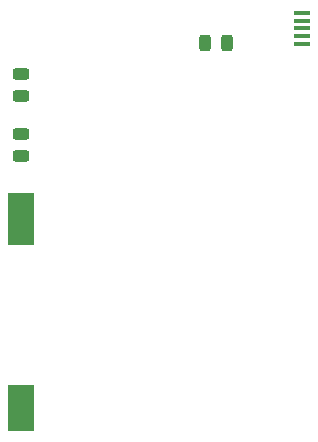
<source format=gbr>
%TF.GenerationSoftware,KiCad,Pcbnew,(6.0.1)*%
%TF.CreationDate,2022-02-05T13:32:01+01:00*%
%TF.ProjectId,ucdev_board,75636465-765f-4626-9f61-72642e6b6963,rev?*%
%TF.SameCoordinates,Original*%
%TF.FileFunction,Paste,Top*%
%TF.FilePolarity,Positive*%
%FSLAX46Y46*%
G04 Gerber Fmt 4.6, Leading zero omitted, Abs format (unit mm)*
G04 Created by KiCad (PCBNEW (6.0.1)) date 2022-02-05 13:32:01*
%MOMM*%
%LPD*%
G01*
G04 APERTURE LIST*
G04 Aperture macros list*
%AMRoundRect*
0 Rectangle with rounded corners*
0 $1 Rounding radius*
0 $2 $3 $4 $5 $6 $7 $8 $9 X,Y pos of 4 corners*
0 Add a 4 corners polygon primitive as box body*
4,1,4,$2,$3,$4,$5,$6,$7,$8,$9,$2,$3,0*
0 Add four circle primitives for the rounded corners*
1,1,$1+$1,$2,$3*
1,1,$1+$1,$4,$5*
1,1,$1+$1,$6,$7*
1,1,$1+$1,$8,$9*
0 Add four rect primitives between the rounded corners*
20,1,$1+$1,$2,$3,$4,$5,0*
20,1,$1+$1,$4,$5,$6,$7,0*
20,1,$1+$1,$6,$7,$8,$9,0*
20,1,$1+$1,$8,$9,$2,$3,0*%
G04 Aperture macros list end*
%ADD10R,2.300000X4.400000*%
%ADD11R,2.300000X4.000000*%
%ADD12RoundRect,0.243750X0.456250X-0.243750X0.456250X0.243750X-0.456250X0.243750X-0.456250X-0.243750X0*%
%ADD13RoundRect,0.243750X-0.456250X0.243750X-0.456250X-0.243750X0.456250X-0.243750X0.456250X0.243750X0*%
%ADD14RoundRect,0.243750X-0.243750X-0.456250X0.243750X-0.456250X0.243750X0.456250X-0.243750X0.456250X0*%
%ADD15R,1.400000X0.400000*%
G04 APERTURE END LIST*
D10*
%TO.C,BT1*%
X134620000Y-55500000D03*
D11*
X134620000Y-71500000D03*
%TD*%
D12*
%TO.C,D2*%
X134620000Y-45085000D03*
X134620000Y-43210000D03*
%TD*%
D13*
%TO.C,D3*%
X134620000Y-48290000D03*
X134620000Y-50165000D03*
%TD*%
D14*
%TO.C,D1*%
X150192500Y-40640000D03*
X152067500Y-40640000D03*
%TD*%
D15*
%TO.C,J8*%
X158400000Y-40670000D03*
X158400000Y-40020000D03*
X158400000Y-39370000D03*
X158400000Y-38720000D03*
X158400000Y-38070000D03*
%TD*%
M02*

</source>
